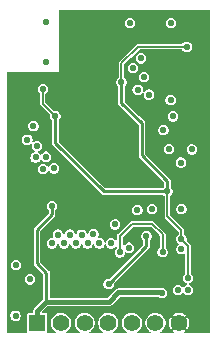
<source format=gbr>
%TF.GenerationSoftware,KiCad,Pcbnew,9.0.0*%
%TF.CreationDate,2025-04-27T20:43:47-05:00*%
%TF.ProjectId,ESP32_S3_CAM_wifi,45535033-325f-4533-935f-43414d5f7769,rev?*%
%TF.SameCoordinates,Original*%
%TF.FileFunction,Copper,L3,Inr*%
%TF.FilePolarity,Positive*%
%FSLAX46Y46*%
G04 Gerber Fmt 4.6, Leading zero omitted, Abs format (unit mm)*
G04 Created by KiCad (PCBNEW 9.0.0) date 2025-04-27 20:43:47*
%MOMM*%
%LPD*%
G01*
G04 APERTURE LIST*
%TA.AperFunction,ComponentPad*%
%ADD10C,0.500000*%
%TD*%
%TA.AperFunction,ComponentPad*%
%ADD11R,1.400000X1.400000*%
%TD*%
%TA.AperFunction,ComponentPad*%
%ADD12C,1.400000*%
%TD*%
%TA.AperFunction,ViaPad*%
%ADD13C,0.584200*%
%TD*%
%TA.AperFunction,Conductor*%
%ADD14C,0.152400*%
%TD*%
%TA.AperFunction,Conductor*%
%ADD15C,0.254000*%
%TD*%
%TA.AperFunction,Conductor*%
%ADD16C,0.203200*%
%TD*%
%TA.AperFunction,Conductor*%
%ADD17C,0.381000*%
%TD*%
G04 APERTURE END LIST*
D10*
%TO.N,GND*%
%TO.C,U1*%
X159800000Y-81620000D03*
X159800000Y-82620000D03*
X159800000Y-83620000D03*
X160800000Y-81620000D03*
X160800000Y-82620000D03*
X160800000Y-83620000D03*
X161800000Y-81620000D03*
X161800000Y-82620000D03*
X161800000Y-83620000D03*
%TD*%
D11*
%TO.N,+BATT*%
%TO.C,J2*%
X154500000Y-97470000D03*
D12*
%TO.N,GPIO_1*%
X156500000Y-97470000D03*
%TO.N,GPIO_2*%
X158500000Y-97470000D03*
%TO.N,GPIO_3*%
X160500000Y-97470000D03*
%TO.N,GPIO_4*%
X162500000Y-97470000D03*
%TO.N,GPIO_5*%
X164500000Y-97470000D03*
%TO.N,GND*%
X166500000Y-97470000D03*
%TD*%
D13*
%TO.N,+3.3V*%
X163740000Y-90100000D03*
X167140000Y-74080000D03*
X160540000Y-94180000D03*
X154960000Y-77680000D03*
X167270000Y-93660000D03*
X165500000Y-86325000D03*
X156020000Y-79950000D03*
X166700000Y-90360000D03*
X161625000Y-77075000D03*
%TO.N,GPIO_1*%
X154460000Y-82510000D03*
%TO.N,GPIO_14*%
X157750000Y-90730000D03*
%TO.N,GPIO_11*%
X156250000Y-89990000D03*
%TO.N,SPICS0*%
X163280000Y-75060000D03*
X167580000Y-82780000D03*
%TO.N,GPIO_12*%
X156750000Y-90730000D03*
%TO.N,GND*%
X160800000Y-71400000D03*
X167680000Y-95790000D03*
X155000000Y-76600000D03*
X157140000Y-79000000D03*
X160480000Y-77610000D03*
X168340000Y-97440000D03*
X156750000Y-72400000D03*
X166030000Y-95850000D03*
X152630000Y-81000000D03*
X168470000Y-92910000D03*
X156750000Y-75400000D03*
X160800000Y-73400000D03*
X158800000Y-71400000D03*
X153520000Y-77340000D03*
X158800000Y-73400000D03*
X160800000Y-72400000D03*
X152480000Y-81970000D03*
X154000000Y-76600000D03*
X156750000Y-74400000D03*
X168530000Y-94550000D03*
X167610000Y-86680000D03*
X159800000Y-73400000D03*
X163425000Y-96025000D03*
X168410000Y-74450000D03*
X157800000Y-73400000D03*
X167610000Y-85090000D03*
X156750000Y-73400000D03*
X157800000Y-72400000D03*
X157800000Y-71400000D03*
X159800000Y-71400000D03*
X161410000Y-96040000D03*
X156750000Y-71400000D03*
X158800000Y-72400000D03*
X166500000Y-86325000D03*
X153520000Y-78280000D03*
X152620000Y-79900000D03*
X159800000Y-72400000D03*
X156000000Y-76600000D03*
%TO.N,GPIO_2*%
X154360000Y-83460000D03*
%TO.N,GPIO_38*%
X163940000Y-78140000D03*
%TO.N,GPIO_17*%
X159250000Y-89970000D03*
%TO.N,GPIO_3*%
X155245000Y-83395000D03*
%TO.N,GPIO_10*%
X155750000Y-90730000D03*
%TO.N,SPIWP*%
X165790000Y-78590000D03*
X166650000Y-83890000D03*
%TO.N,GPIO_13*%
X157250000Y-89990000D03*
%TO.N,CHIP_PU*%
X165823333Y-72080000D03*
X154170000Y-80800000D03*
%TO.N,unconnected-(AE1-NC-Pad2)*%
X155250000Y-72010000D03*
%TO.N,GPIO_0*%
X153650000Y-81950000D03*
X162330000Y-72080000D03*
%TO.N,SPIQ*%
X165650000Y-82730000D03*
X163530000Y-76630000D03*
%TO.N,Net-(C10-Pad1)*%
X166700000Y-91210000D03*
%TO.N,GPIO_48*%
X166000000Y-79975000D03*
X160750000Y-90730000D03*
%TO.N,GPIO_47*%
X162250000Y-91100000D03*
X165175000Y-81150000D03*
%TO.N,GPIO_16*%
X158750000Y-90730000D03*
%TO.N,AVCC_2V8*%
X161480000Y-91490000D03*
X165100000Y-91480000D03*
%TO.N,GPIO_40*%
X162600000Y-75880000D03*
X167270000Y-94660000D03*
%TO.N,GPIO_15*%
X158250000Y-89990000D03*
%TO.N,GPIO_18*%
X159750000Y-90730000D03*
%TO.N,GPIO_39*%
X166423333Y-94660000D03*
X163000000Y-77720000D03*
%TO.N,GPIO_4*%
X155000000Y-84450000D03*
%TO.N,USB-*%
X161090000Y-89130000D03*
%TO.N,USB+*%
X162970000Y-87910000D03*
%TO.N,GPIO_5*%
X155925000Y-84375000D03*
%TO.N,+BATT*%
X155750000Y-87560000D03*
X165075000Y-94925000D03*
%TO.N,VCC_1V3*%
X152710000Y-92540000D03*
%TO.N,Net-(J1-Pad17)*%
X166700000Y-87810000D03*
X164220000Y-87810000D03*
%TO.N,Net-(D1-K)*%
X153870000Y-93770000D03*
%TO.N,Net-(D2-K)*%
X152660000Y-96850000D03*
%TO.N,Net-(AE1-Pad1)*%
X155250000Y-75410000D03*
%TD*%
D14*
%TO.N,+3.3V*%
X167270000Y-93660000D02*
X167270000Y-90930000D01*
D15*
X163350000Y-83275000D02*
X165500000Y-85425000D01*
X156020000Y-82220000D02*
X160125000Y-86325000D01*
X165500000Y-85425000D02*
X165500000Y-86325000D01*
X160125000Y-86325000D02*
X165500000Y-86325000D01*
X161625000Y-78815000D02*
X163350000Y-80540000D01*
X163730000Y-90990000D02*
X163730000Y-90110000D01*
D14*
X154960000Y-77680000D02*
X154960000Y-78890000D01*
X165500000Y-88430000D02*
X165500000Y-86325000D01*
X167140000Y-74080000D02*
X163040000Y-74080000D01*
D15*
X156020000Y-79950000D02*
X156020000Y-82220000D01*
D14*
X154960000Y-78890000D02*
X156020000Y-79950000D01*
X166700000Y-90360000D02*
X166700000Y-89630000D01*
D15*
X163350000Y-80540000D02*
X163350000Y-83275000D01*
D14*
X163040000Y-74080000D02*
X161625000Y-75495000D01*
X166700000Y-89630000D02*
X165500000Y-88430000D01*
X161625000Y-75495000D02*
X161625000Y-77075000D01*
D15*
X161625000Y-77075000D02*
X161625000Y-78815000D01*
D14*
X167270000Y-90930000D02*
X166700000Y-90360000D01*
D15*
X160540000Y-94180000D02*
X163730000Y-90990000D01*
D16*
%TO.N,AVCC_2V8*%
X165100000Y-89960000D02*
X165100000Y-91480000D01*
X161480000Y-90110000D02*
X162480000Y-89110000D01*
X162480000Y-89110000D02*
X164250000Y-89110000D01*
X164250000Y-89110000D02*
X165100000Y-89960000D01*
X161480000Y-91490000D02*
X161480000Y-90110000D01*
D15*
%TO.N,+BATT*%
X154460000Y-89570000D02*
X154460000Y-92390000D01*
D17*
X165040000Y-94890000D02*
X165075000Y-94925000D01*
X154500000Y-96430000D02*
X155270000Y-95660000D01*
X155270000Y-95660000D02*
X160600000Y-95660000D01*
X161370000Y-94890000D02*
X165040000Y-94890000D01*
D15*
X155750000Y-87560000D02*
X155750000Y-88280000D01*
X154460000Y-92390000D02*
X155270000Y-93200000D01*
D17*
X160600000Y-95660000D02*
X161370000Y-94890000D01*
X154500000Y-97470000D02*
X154500000Y-96430000D01*
D15*
X155270000Y-93200000D02*
X155270000Y-95660000D01*
X155750000Y-88280000D02*
X154460000Y-89570000D01*
%TD*%
%TA.AperFunction,Conductor*%
%TO.N,GND*%
G36*
X169070238Y-70967593D02*
G01*
X169095958Y-71012142D01*
X169097100Y-71025200D01*
X169097100Y-98271900D01*
X169079507Y-98320238D01*
X169034958Y-98345958D01*
X169021900Y-98347100D01*
X166969508Y-98347100D01*
X166921170Y-98329507D01*
X166895450Y-98284958D01*
X166904383Y-98234300D01*
X166927729Y-98209374D01*
X167043370Y-98132104D01*
X167048855Y-98126618D01*
X167048855Y-98126617D01*
X166724502Y-97802264D01*
X166745606Y-97790080D01*
X166820080Y-97715606D01*
X166832264Y-97694501D01*
X167156618Y-98018855D01*
X167162104Y-98013370D01*
X167255385Y-97873765D01*
X167319640Y-97718639D01*
X167319641Y-97718637D01*
X167352400Y-97553955D01*
X167352400Y-97386044D01*
X167319641Y-97221362D01*
X167319640Y-97221360D01*
X167255385Y-97066234D01*
X167162105Y-96926630D01*
X167162097Y-96926621D01*
X167156620Y-96921144D01*
X167156618Y-96921144D01*
X166832264Y-97245497D01*
X166820080Y-97224394D01*
X166745606Y-97149920D01*
X166724501Y-97137735D01*
X167048855Y-96813381D01*
X167048855Y-96813379D01*
X167043378Y-96807902D01*
X167043369Y-96807894D01*
X166903765Y-96714614D01*
X166748639Y-96650359D01*
X166748637Y-96650358D01*
X166583956Y-96617600D01*
X166416044Y-96617600D01*
X166251362Y-96650358D01*
X166251360Y-96650359D01*
X166096234Y-96714614D01*
X165956633Y-96807893D01*
X165956625Y-96807899D01*
X165951143Y-96813380D01*
X166275498Y-97137735D01*
X166254394Y-97149920D01*
X166179920Y-97224394D01*
X166167735Y-97245498D01*
X165843380Y-96921144D01*
X165837899Y-96926625D01*
X165837893Y-96926633D01*
X165744614Y-97066234D01*
X165680359Y-97221360D01*
X165680358Y-97221362D01*
X165647600Y-97386044D01*
X165647600Y-97553955D01*
X165680358Y-97718637D01*
X165680359Y-97718639D01*
X165744614Y-97873765D01*
X165837894Y-98013369D01*
X165837902Y-98013378D01*
X165843379Y-98018855D01*
X165843381Y-98018855D01*
X166167735Y-97694500D01*
X166179920Y-97715606D01*
X166254394Y-97790080D01*
X166275497Y-97802264D01*
X165951144Y-98126618D01*
X165951144Y-98126620D01*
X165956621Y-98132097D01*
X165956630Y-98132105D01*
X166072271Y-98209374D01*
X166102688Y-98250857D01*
X166099323Y-98302187D01*
X166063752Y-98339345D01*
X166030492Y-98347100D01*
X164970408Y-98347100D01*
X164922070Y-98329507D01*
X164896350Y-98284958D01*
X164905283Y-98234300D01*
X164928627Y-98209374D01*
X165043692Y-98132491D01*
X165162491Y-98013692D01*
X165255830Y-97874000D01*
X165320124Y-97718782D01*
X165352900Y-97554003D01*
X165352900Y-97385997D01*
X165320124Y-97221218D01*
X165255830Y-97066000D01*
X165162491Y-96926308D01*
X165162488Y-96926305D01*
X165162486Y-96926302D01*
X165043697Y-96807513D01*
X165043694Y-96807511D01*
X165043692Y-96807509D01*
X164904000Y-96714170D01*
X164894758Y-96710342D01*
X164817241Y-96678233D01*
X164748782Y-96649876D01*
X164748780Y-96649875D01*
X164748779Y-96649875D01*
X164584004Y-96617100D01*
X164584003Y-96617100D01*
X164415997Y-96617100D01*
X164415996Y-96617100D01*
X164251220Y-96649875D01*
X164251218Y-96649876D01*
X164096001Y-96714169D01*
X163956305Y-96807511D01*
X163956302Y-96807513D01*
X163837513Y-96926302D01*
X163837511Y-96926305D01*
X163744169Y-97066001D01*
X163679876Y-97221218D01*
X163679875Y-97221220D01*
X163647100Y-97385996D01*
X163647100Y-97554003D01*
X163679875Y-97718779D01*
X163679876Y-97718781D01*
X163744072Y-97873765D01*
X163744170Y-97874000D01*
X163837509Y-98013692D01*
X163837511Y-98013694D01*
X163837513Y-98013697D01*
X163956302Y-98132486D01*
X163956305Y-98132488D01*
X163956308Y-98132491D01*
X164071371Y-98209373D01*
X164101788Y-98250857D01*
X164098423Y-98302186D01*
X164062852Y-98339345D01*
X164029592Y-98347100D01*
X162970408Y-98347100D01*
X162922070Y-98329507D01*
X162896350Y-98284958D01*
X162905283Y-98234300D01*
X162928627Y-98209374D01*
X163043692Y-98132491D01*
X163162491Y-98013692D01*
X163255830Y-97874000D01*
X163320124Y-97718782D01*
X163352900Y-97554003D01*
X163352900Y-97385997D01*
X163320124Y-97221218D01*
X163255830Y-97066000D01*
X163162491Y-96926308D01*
X163162488Y-96926305D01*
X163162486Y-96926302D01*
X163043697Y-96807513D01*
X163043694Y-96807511D01*
X163043692Y-96807509D01*
X162904000Y-96714170D01*
X162894758Y-96710342D01*
X162817241Y-96678233D01*
X162748782Y-96649876D01*
X162748780Y-96649875D01*
X162748779Y-96649875D01*
X162584004Y-96617100D01*
X162584003Y-96617100D01*
X162415997Y-96617100D01*
X162415996Y-96617100D01*
X162251220Y-96649875D01*
X162251218Y-96649876D01*
X162096001Y-96714169D01*
X161956305Y-96807511D01*
X161956302Y-96807513D01*
X161837513Y-96926302D01*
X161837511Y-96926305D01*
X161744169Y-97066001D01*
X161679876Y-97221218D01*
X161679875Y-97221220D01*
X161647100Y-97385996D01*
X161647100Y-97554003D01*
X161679875Y-97718779D01*
X161679876Y-97718781D01*
X161744072Y-97873765D01*
X161744170Y-97874000D01*
X161837509Y-98013692D01*
X161837511Y-98013694D01*
X161837513Y-98013697D01*
X161956302Y-98132486D01*
X161956305Y-98132488D01*
X161956308Y-98132491D01*
X162071371Y-98209373D01*
X162101788Y-98250857D01*
X162098423Y-98302186D01*
X162062852Y-98339345D01*
X162029592Y-98347100D01*
X160970408Y-98347100D01*
X160922070Y-98329507D01*
X160896350Y-98284958D01*
X160905283Y-98234300D01*
X160928627Y-98209374D01*
X161043692Y-98132491D01*
X161162491Y-98013692D01*
X161255830Y-97874000D01*
X161320124Y-97718782D01*
X161352900Y-97554003D01*
X161352900Y-97385997D01*
X161320124Y-97221218D01*
X161255830Y-97066000D01*
X161162491Y-96926308D01*
X161162488Y-96926305D01*
X161162486Y-96926302D01*
X161043697Y-96807513D01*
X161043694Y-96807511D01*
X161043692Y-96807509D01*
X160904000Y-96714170D01*
X160894758Y-96710342D01*
X160817241Y-96678233D01*
X160748782Y-96649876D01*
X160748780Y-96649875D01*
X160748779Y-96649875D01*
X160584004Y-96617100D01*
X160584003Y-96617100D01*
X160415997Y-96617100D01*
X160415996Y-96617100D01*
X160251220Y-96649875D01*
X160251218Y-96649876D01*
X160096001Y-96714169D01*
X159956305Y-96807511D01*
X159956302Y-96807513D01*
X159837513Y-96926302D01*
X159837511Y-96926305D01*
X159744169Y-97066001D01*
X159679876Y-97221218D01*
X159679875Y-97221220D01*
X159647100Y-97385996D01*
X159647100Y-97554003D01*
X159679875Y-97718779D01*
X159679876Y-97718781D01*
X159744072Y-97873765D01*
X159744170Y-97874000D01*
X159837509Y-98013692D01*
X159837511Y-98013694D01*
X159837513Y-98013697D01*
X159956302Y-98132486D01*
X159956305Y-98132488D01*
X159956308Y-98132491D01*
X160071371Y-98209373D01*
X160101788Y-98250857D01*
X160098423Y-98302186D01*
X160062852Y-98339345D01*
X160029592Y-98347100D01*
X158970408Y-98347100D01*
X158922070Y-98329507D01*
X158896350Y-98284958D01*
X158905283Y-98234300D01*
X158928627Y-98209374D01*
X159043692Y-98132491D01*
X159162491Y-98013692D01*
X159255830Y-97874000D01*
X159320124Y-97718782D01*
X159352900Y-97554003D01*
X159352900Y-97385997D01*
X159320124Y-97221218D01*
X159255830Y-97066000D01*
X159162491Y-96926308D01*
X159162488Y-96926305D01*
X159162486Y-96926302D01*
X159043697Y-96807513D01*
X159043694Y-96807511D01*
X159043692Y-96807509D01*
X158904000Y-96714170D01*
X158894758Y-96710342D01*
X158817241Y-96678233D01*
X158748782Y-96649876D01*
X158748780Y-96649875D01*
X158748779Y-96649875D01*
X158584004Y-96617100D01*
X158584003Y-96617100D01*
X158415997Y-96617100D01*
X158415996Y-96617100D01*
X158251220Y-96649875D01*
X158251218Y-96649876D01*
X158096001Y-96714169D01*
X157956305Y-96807511D01*
X157956302Y-96807513D01*
X157837513Y-96926302D01*
X157837511Y-96926305D01*
X157744169Y-97066001D01*
X157679876Y-97221218D01*
X157679875Y-97221220D01*
X157647100Y-97385996D01*
X157647100Y-97554003D01*
X157679875Y-97718779D01*
X157679876Y-97718781D01*
X157744072Y-97873765D01*
X157744170Y-97874000D01*
X157837509Y-98013692D01*
X157837511Y-98013694D01*
X157837513Y-98013697D01*
X157956302Y-98132486D01*
X157956305Y-98132488D01*
X157956308Y-98132491D01*
X158071371Y-98209373D01*
X158101788Y-98250857D01*
X158098423Y-98302186D01*
X158062852Y-98339345D01*
X158029592Y-98347100D01*
X156970408Y-98347100D01*
X156922070Y-98329507D01*
X156896350Y-98284958D01*
X156905283Y-98234300D01*
X156928627Y-98209374D01*
X157043692Y-98132491D01*
X157162491Y-98013692D01*
X157255830Y-97874000D01*
X157320124Y-97718782D01*
X157352900Y-97554003D01*
X157352900Y-97385997D01*
X157320124Y-97221218D01*
X157255830Y-97066000D01*
X157162491Y-96926308D01*
X157162488Y-96926305D01*
X157162486Y-96926302D01*
X157043697Y-96807513D01*
X157043694Y-96807511D01*
X157043692Y-96807509D01*
X156904000Y-96714170D01*
X156894758Y-96710342D01*
X156817241Y-96678233D01*
X156748782Y-96649876D01*
X156748780Y-96649875D01*
X156748779Y-96649875D01*
X156584004Y-96617100D01*
X156584003Y-96617100D01*
X156415997Y-96617100D01*
X156415996Y-96617100D01*
X156251220Y-96649875D01*
X156251218Y-96649876D01*
X156096001Y-96714169D01*
X155956305Y-96807511D01*
X155956302Y-96807513D01*
X155837513Y-96926302D01*
X155837511Y-96926305D01*
X155744169Y-97066001D01*
X155679876Y-97221218D01*
X155679875Y-97221220D01*
X155647100Y-97385996D01*
X155647100Y-97554003D01*
X155679875Y-97718779D01*
X155679876Y-97718781D01*
X155744072Y-97873765D01*
X155744170Y-97874000D01*
X155837509Y-98013692D01*
X155837511Y-98013694D01*
X155837513Y-98013697D01*
X155956302Y-98132486D01*
X155956305Y-98132488D01*
X155956308Y-98132491D01*
X156071371Y-98209373D01*
X156101788Y-98250857D01*
X156098423Y-98302186D01*
X156062852Y-98339345D01*
X156029592Y-98347100D01*
X155406245Y-98347100D01*
X155357907Y-98329507D01*
X155332187Y-98284958D01*
X155341120Y-98234300D01*
X155343709Y-98230134D01*
X155344028Y-98229658D01*
X155352900Y-98185057D01*
X155352899Y-96754944D01*
X155344028Y-96710342D01*
X155322575Y-96678236D01*
X155310235Y-96659767D01*
X155310231Y-96659764D01*
X155259658Y-96625972D01*
X155259656Y-96625971D01*
X155215057Y-96617100D01*
X154980089Y-96617100D01*
X154931751Y-96599507D01*
X154906031Y-96554958D01*
X154914964Y-96504300D01*
X154926915Y-96488726D01*
X155390215Y-96025426D01*
X155436835Y-96003686D01*
X155443389Y-96003400D01*
X160645207Y-96003400D01*
X160645209Y-96003400D01*
X160709146Y-95986268D01*
X160732548Y-95979998D01*
X160810853Y-95934788D01*
X161490215Y-95255426D01*
X161536835Y-95233686D01*
X161543389Y-95233400D01*
X164722927Y-95233400D01*
X164771265Y-95250993D01*
X164776090Y-95255415D01*
X164801764Y-95281089D01*
X164801765Y-95281090D01*
X164903233Y-95339673D01*
X164903235Y-95339673D01*
X164903236Y-95339674D01*
X165016415Y-95370000D01*
X165016418Y-95370000D01*
X165133582Y-95370000D01*
X165133585Y-95370000D01*
X165246764Y-95339674D01*
X165348236Y-95281089D01*
X165431089Y-95198236D01*
X165489674Y-95096764D01*
X165520000Y-94983585D01*
X165520000Y-94866415D01*
X165489674Y-94753236D01*
X165489673Y-94753235D01*
X165489673Y-94753233D01*
X165431089Y-94651763D01*
X165348236Y-94568910D01*
X165246766Y-94510326D01*
X165201492Y-94498195D01*
X165133585Y-94480000D01*
X165016415Y-94480000D01*
X164903236Y-94510326D01*
X164903234Y-94510326D01*
X164857858Y-94536525D01*
X164820258Y-94546600D01*
X161324791Y-94546600D01*
X161266565Y-94562201D01*
X161237452Y-94570002D01*
X161235716Y-94571005D01*
X161235712Y-94571007D01*
X161159148Y-94615211D01*
X161159142Y-94615215D01*
X160479785Y-95294574D01*
X160433165Y-95316314D01*
X160426611Y-95316600D01*
X155625100Y-95316600D01*
X155576762Y-95299007D01*
X155551042Y-95254458D01*
X155549900Y-95241400D01*
X155549900Y-94121415D01*
X160095000Y-94121415D01*
X160095000Y-94238585D01*
X160112504Y-94303910D01*
X160125326Y-94351766D01*
X160183910Y-94453236D01*
X160266763Y-94536089D01*
X160368233Y-94594673D01*
X160368235Y-94594673D01*
X160368236Y-94594674D01*
X160481415Y-94625000D01*
X160481418Y-94625000D01*
X160598582Y-94625000D01*
X160598585Y-94625000D01*
X160711764Y-94594674D01*
X160752757Y-94571007D01*
X160813236Y-94536089D01*
X160896089Y-94453236D01*
X160954673Y-94351766D01*
X160954674Y-94351764D01*
X160985000Y-94238585D01*
X160985000Y-94161986D01*
X161002593Y-94113648D01*
X161007026Y-94108812D01*
X163953976Y-91161862D01*
X163960008Y-91151415D01*
X163990825Y-91098038D01*
X164009900Y-91026850D01*
X164009900Y-90953150D01*
X164009900Y-90490574D01*
X164027493Y-90442236D01*
X164031926Y-90437400D01*
X164096089Y-90373236D01*
X164154673Y-90271766D01*
X164155841Y-90267407D01*
X164185000Y-90158585D01*
X164185000Y-90041415D01*
X164154674Y-89928236D01*
X164154673Y-89928235D01*
X164154673Y-89928233D01*
X164096089Y-89826763D01*
X164013236Y-89743910D01*
X163911766Y-89685326D01*
X163866492Y-89673195D01*
X163798585Y-89655000D01*
X163681415Y-89655000D01*
X163624825Y-89670163D01*
X163568233Y-89685326D01*
X163466763Y-89743910D01*
X163383910Y-89826763D01*
X163325326Y-89928233D01*
X163307130Y-89996143D01*
X163295000Y-90041415D01*
X163295000Y-90158585D01*
X163305622Y-90198227D01*
X163325326Y-90271766D01*
X163383909Y-90373234D01*
X163383910Y-90373235D01*
X163383911Y-90373236D01*
X163428074Y-90417399D01*
X163449814Y-90464018D01*
X163450100Y-90470573D01*
X163450100Y-90842914D01*
X163432507Y-90891252D01*
X163428074Y-90896088D01*
X160611188Y-93712974D01*
X160564568Y-93734714D01*
X160558014Y-93735000D01*
X160481415Y-93735000D01*
X160424825Y-93750163D01*
X160368233Y-93765326D01*
X160266763Y-93823910D01*
X160183910Y-93906763D01*
X160125326Y-94008233D01*
X160107524Y-94074673D01*
X160095000Y-94121415D01*
X155549900Y-94121415D01*
X155549900Y-93163151D01*
X155530824Y-93091961D01*
X155523037Y-93078474D01*
X155493976Y-93028138D01*
X155441862Y-92976024D01*
X154761926Y-92296088D01*
X154740186Y-92249468D01*
X154739900Y-92242914D01*
X154739900Y-90671415D01*
X155305000Y-90671415D01*
X155305000Y-90788585D01*
X155322504Y-90853911D01*
X155335326Y-90901766D01*
X155393910Y-91003236D01*
X155476763Y-91086089D01*
X155578233Y-91144673D01*
X155578235Y-91144673D01*
X155578236Y-91144674D01*
X155691415Y-91175000D01*
X155691418Y-91175000D01*
X155808582Y-91175000D01*
X155808585Y-91175000D01*
X155921764Y-91144674D01*
X155934710Y-91137200D01*
X156023236Y-91086089D01*
X156106089Y-91003236D01*
X156164673Y-90901766D01*
X156164674Y-90901764D01*
X156177363Y-90854407D01*
X156206867Y-90812272D01*
X156256554Y-90798958D01*
X156303174Y-90820697D01*
X156322636Y-90854406D01*
X156327903Y-90874062D01*
X156335326Y-90901766D01*
X156393910Y-91003236D01*
X156476763Y-91086089D01*
X156578233Y-91144673D01*
X156578235Y-91144673D01*
X156578236Y-91144674D01*
X156691415Y-91175000D01*
X156691418Y-91175000D01*
X156808582Y-91175000D01*
X156808585Y-91175000D01*
X156921764Y-91144674D01*
X156934710Y-91137200D01*
X157023236Y-91086089D01*
X157106089Y-91003236D01*
X157164673Y-90901766D01*
X157164674Y-90901764D01*
X157177363Y-90854407D01*
X157206867Y-90812272D01*
X157256554Y-90798958D01*
X157303174Y-90820697D01*
X157322636Y-90854406D01*
X157327903Y-90874062D01*
X157335326Y-90901766D01*
X157393910Y-91003236D01*
X157476763Y-91086089D01*
X157578233Y-91144673D01*
X157578235Y-91144673D01*
X157578236Y-91144674D01*
X157691415Y-91175000D01*
X157691418Y-91175000D01*
X157808582Y-91175000D01*
X157808585Y-91175000D01*
X157921764Y-91144674D01*
X157934710Y-91137200D01*
X158023236Y-91086089D01*
X158106089Y-91003236D01*
X158164673Y-90901766D01*
X158164674Y-90901764D01*
X158177363Y-90854407D01*
X158206867Y-90812272D01*
X158256554Y-90798958D01*
X158303174Y-90820697D01*
X158322636Y-90854406D01*
X158327903Y-90874062D01*
X158335326Y-90901766D01*
X158393910Y-91003236D01*
X158476763Y-91086089D01*
X158578233Y-91144673D01*
X158578235Y-91144673D01*
X158578236Y-91144674D01*
X158691415Y-91175000D01*
X158691418Y-91175000D01*
X158808582Y-91175000D01*
X158808585Y-91175000D01*
X158921764Y-91144674D01*
X158934710Y-91137200D01*
X159023236Y-91086089D01*
X159106089Y-91003236D01*
X159164673Y-90901766D01*
X159164674Y-90901764D01*
X159177363Y-90854407D01*
X159206867Y-90812272D01*
X159256554Y-90798958D01*
X159303174Y-90820697D01*
X159322636Y-90854406D01*
X159327903Y-90874062D01*
X159335326Y-90901766D01*
X159393910Y-91003236D01*
X159476763Y-91086089D01*
X159578233Y-91144673D01*
X159578235Y-91144673D01*
X159578236Y-91144674D01*
X159691415Y-91175000D01*
X159691418Y-91175000D01*
X159808582Y-91175000D01*
X159808585Y-91175000D01*
X159921764Y-91144674D01*
X159934710Y-91137200D01*
X160023236Y-91086089D01*
X160106089Y-91003236D01*
X160164673Y-90901766D01*
X160164674Y-90901764D01*
X160177363Y-90854407D01*
X160206867Y-90812272D01*
X160256554Y-90798958D01*
X160303174Y-90820697D01*
X160322636Y-90854406D01*
X160327903Y-90874062D01*
X160335326Y-90901766D01*
X160393910Y-91003236D01*
X160476763Y-91086089D01*
X160578233Y-91144673D01*
X160578235Y-91144673D01*
X160578236Y-91144674D01*
X160691415Y-91175000D01*
X160691418Y-91175000D01*
X160808582Y-91175000D01*
X160808585Y-91175000D01*
X160921764Y-91144674D01*
X160934710Y-91137200D01*
X161023236Y-91086089D01*
X161097126Y-91012200D01*
X161117632Y-91002637D01*
X161137242Y-90991316D01*
X161140629Y-90991913D01*
X161143746Y-90990460D01*
X161165607Y-90996317D01*
X161187900Y-91000249D01*
X161190110Y-91002883D01*
X161193433Y-91003774D01*
X161206415Y-91022314D01*
X161220965Y-91039654D01*
X161221775Y-91044250D01*
X161222938Y-91045911D01*
X161225500Y-91065374D01*
X161225500Y-91084026D01*
X161207907Y-91132364D01*
X161203474Y-91137200D01*
X161123910Y-91216763D01*
X161065326Y-91318233D01*
X161050589Y-91373236D01*
X161035000Y-91431415D01*
X161035000Y-91548585D01*
X161044279Y-91583215D01*
X161065326Y-91661766D01*
X161123910Y-91763236D01*
X161206763Y-91846089D01*
X161308233Y-91904673D01*
X161308235Y-91904673D01*
X161308236Y-91904674D01*
X161421415Y-91935000D01*
X161421418Y-91935000D01*
X161538582Y-91935000D01*
X161538585Y-91935000D01*
X161651764Y-91904674D01*
X161669085Y-91894674D01*
X161753236Y-91846089D01*
X161836089Y-91763236D01*
X161894673Y-91661766D01*
X161894674Y-91661764D01*
X161925000Y-91548585D01*
X161925000Y-91548576D01*
X161925283Y-91546430D01*
X161925888Y-91545267D01*
X161926275Y-91543824D01*
X161926594Y-91543909D01*
X161949035Y-91500802D01*
X161996559Y-91481117D01*
X162037438Y-91491119D01*
X162078236Y-91514674D01*
X162191415Y-91545000D01*
X162191418Y-91545000D01*
X162308582Y-91545000D01*
X162308585Y-91545000D01*
X162421764Y-91514674D01*
X162523236Y-91456089D01*
X162606089Y-91373236D01*
X162664674Y-91271764D01*
X162695000Y-91158585D01*
X162695000Y-91041415D01*
X162664674Y-90928236D01*
X162664673Y-90928235D01*
X162664673Y-90928233D01*
X162606089Y-90826763D01*
X162523236Y-90743910D01*
X162421766Y-90685326D01*
X162376492Y-90673195D01*
X162308585Y-90655000D01*
X162191415Y-90655000D01*
X162134825Y-90670163D01*
X162078233Y-90685326D01*
X161976763Y-90743910D01*
X161893911Y-90826762D01*
X161874825Y-90859821D01*
X161835419Y-90892885D01*
X161783980Y-90892885D01*
X161744575Y-90859819D01*
X161734500Y-90822220D01*
X161734500Y-90246565D01*
X161752093Y-90198227D01*
X161756526Y-90193391D01*
X162563391Y-89386526D01*
X162610011Y-89364786D01*
X162616565Y-89364500D01*
X164113434Y-89364500D01*
X164161772Y-89382093D01*
X164166608Y-89386526D01*
X164823474Y-90043391D01*
X164845214Y-90090011D01*
X164845500Y-90096565D01*
X164845500Y-91074026D01*
X164827907Y-91122364D01*
X164823474Y-91127200D01*
X164743910Y-91206763D01*
X164685326Y-91308233D01*
X164667909Y-91373236D01*
X164655000Y-91421415D01*
X164655000Y-91538585D01*
X164669352Y-91592148D01*
X164685326Y-91651766D01*
X164743910Y-91753236D01*
X164826763Y-91836089D01*
X164928233Y-91894673D01*
X164928235Y-91894673D01*
X164928236Y-91894674D01*
X165041415Y-91925000D01*
X165041418Y-91925000D01*
X165158582Y-91925000D01*
X165158585Y-91925000D01*
X165271764Y-91894674D01*
X165373236Y-91836089D01*
X165456089Y-91753236D01*
X165508899Y-91661766D01*
X165514673Y-91651766D01*
X165514674Y-91651764D01*
X165545000Y-91538585D01*
X165545000Y-91421415D01*
X165514674Y-91308236D01*
X165514673Y-91308235D01*
X165514673Y-91308233D01*
X165456089Y-91206763D01*
X165376526Y-91127200D01*
X165354786Y-91080580D01*
X165354500Y-91074026D01*
X165354500Y-90019384D01*
X165354501Y-90019375D01*
X165354501Y-89909378D01*
X165353817Y-89907727D01*
X165321663Y-89830100D01*
X165315755Y-89815837D01*
X165315754Y-89815836D01*
X165315754Y-89815835D01*
X165239884Y-89739965D01*
X165239869Y-89739952D01*
X164394164Y-88894245D01*
X164300623Y-88855500D01*
X162539383Y-88855500D01*
X162539375Y-88855499D01*
X162530623Y-88855499D01*
X162429377Y-88855499D01*
X162363234Y-88882896D01*
X162335837Y-88894245D01*
X162264245Y-88965837D01*
X162264244Y-88965838D01*
X161325260Y-89904821D01*
X161264245Y-89965835D01*
X161225500Y-90059376D01*
X161225500Y-90394626D01*
X161207907Y-90442964D01*
X161163358Y-90468684D01*
X161112700Y-90459751D01*
X161097126Y-90447800D01*
X161023236Y-90373910D01*
X160921766Y-90315326D01*
X160876492Y-90303195D01*
X160808585Y-90285000D01*
X160691415Y-90285000D01*
X160634825Y-90300163D01*
X160578233Y-90315326D01*
X160476763Y-90373910D01*
X160393910Y-90456763D01*
X160335326Y-90558234D01*
X160322638Y-90605590D01*
X160293133Y-90647727D01*
X160243446Y-90661041D01*
X160196826Y-90639302D01*
X160177362Y-90605590D01*
X160164673Y-90558234D01*
X160106089Y-90456763D01*
X160023236Y-90373910D01*
X159921766Y-90315326D01*
X159876492Y-90303195D01*
X159808585Y-90285000D01*
X159712227Y-90285000D01*
X159663889Y-90267407D01*
X159638169Y-90222858D01*
X159647102Y-90172200D01*
X159664673Y-90141765D01*
X159664674Y-90141764D01*
X159695000Y-90028585D01*
X159695000Y-89911415D01*
X159664674Y-89798236D01*
X159664673Y-89798235D01*
X159664673Y-89798233D01*
X159606089Y-89696763D01*
X159523236Y-89613910D01*
X159421766Y-89555326D01*
X159376492Y-89543195D01*
X159308585Y-89525000D01*
X159191415Y-89525000D01*
X159134825Y-89540163D01*
X159078233Y-89555326D01*
X158976763Y-89613910D01*
X158893910Y-89696763D01*
X158835327Y-89798233D01*
X158835326Y-89798235D01*
X158835326Y-89798236D01*
X158819958Y-89855591D01*
X158790453Y-89897727D01*
X158740766Y-89911041D01*
X158694145Y-89889301D01*
X158674683Y-89855591D01*
X158664674Y-89818236D01*
X158624984Y-89749491D01*
X158606089Y-89716763D01*
X158523236Y-89633910D01*
X158421766Y-89575326D01*
X158376492Y-89563195D01*
X158308585Y-89545000D01*
X158191415Y-89545000D01*
X158134825Y-89560163D01*
X158078233Y-89575326D01*
X157976763Y-89633910D01*
X157893910Y-89716763D01*
X157835326Y-89818234D01*
X157833041Y-89826763D01*
X157825318Y-89855589D01*
X157822638Y-89865590D01*
X157793133Y-89907727D01*
X157743446Y-89921041D01*
X157696826Y-89899302D01*
X157677362Y-89865590D01*
X157674683Y-89855591D01*
X157664674Y-89818236D01*
X157624984Y-89749491D01*
X157606089Y-89716763D01*
X157523236Y-89633910D01*
X157421766Y-89575326D01*
X157376492Y-89563195D01*
X157308585Y-89545000D01*
X157191415Y-89545000D01*
X157134825Y-89560163D01*
X157078233Y-89575326D01*
X156976763Y-89633910D01*
X156893910Y-89716763D01*
X156835326Y-89818234D01*
X156833041Y-89826763D01*
X156825318Y-89855589D01*
X156822638Y-89865590D01*
X156793133Y-89907727D01*
X156743446Y-89921041D01*
X156696826Y-89899302D01*
X156677362Y-89865590D01*
X156674683Y-89855591D01*
X156664674Y-89818236D01*
X156624984Y-89749491D01*
X156606089Y-89716763D01*
X156523236Y-89633910D01*
X156421766Y-89575326D01*
X156376492Y-89563195D01*
X156308585Y-89545000D01*
X156191415Y-89545000D01*
X156134825Y-89560163D01*
X156078233Y-89575326D01*
X155976763Y-89633910D01*
X155893910Y-89716763D01*
X155835326Y-89818233D01*
X155817130Y-89886143D01*
X155805000Y-89931415D01*
X155805000Y-90048585D01*
X155815230Y-90086763D01*
X155835326Y-90161765D01*
X155841351Y-90172200D01*
X155850284Y-90222858D01*
X155824564Y-90267406D01*
X155776226Y-90285000D01*
X155691415Y-90285000D01*
X155634825Y-90300163D01*
X155578233Y-90315326D01*
X155476763Y-90373910D01*
X155393910Y-90456763D01*
X155335326Y-90558233D01*
X155317130Y-90626143D01*
X155305000Y-90671415D01*
X154739900Y-90671415D01*
X154739900Y-89717086D01*
X154757493Y-89668748D01*
X154761926Y-89663912D01*
X155354424Y-89071415D01*
X160645000Y-89071415D01*
X160645000Y-89188585D01*
X160663195Y-89256492D01*
X160675326Y-89301766D01*
X160733910Y-89403236D01*
X160816763Y-89486089D01*
X160918233Y-89544673D01*
X160918235Y-89544673D01*
X160918236Y-89544674D01*
X161031415Y-89575000D01*
X161031418Y-89575000D01*
X161148582Y-89575000D01*
X161148585Y-89575000D01*
X161261764Y-89544674D01*
X161281723Y-89533151D01*
X161363236Y-89486089D01*
X161446089Y-89403236D01*
X161504673Y-89301766D01*
X161504674Y-89301764D01*
X161535000Y-89188585D01*
X161535000Y-89071415D01*
X161504674Y-88958236D01*
X161504673Y-88958235D01*
X161504673Y-88958233D01*
X161446089Y-88856763D01*
X161363236Y-88773910D01*
X161261766Y-88715326D01*
X161216492Y-88703195D01*
X161148585Y-88685000D01*
X161031415Y-88685000D01*
X160974825Y-88700163D01*
X160918233Y-88715326D01*
X160816763Y-88773910D01*
X160733910Y-88856763D01*
X160675326Y-88958233D01*
X160657130Y-89026143D01*
X160645000Y-89071415D01*
X155354424Y-89071415D01*
X155412527Y-89013312D01*
X155973972Y-88451867D01*
X155973972Y-88451866D01*
X155973976Y-88451863D01*
X156010824Y-88388038D01*
X156010825Y-88388037D01*
X156029900Y-88316850D01*
X156029900Y-87940573D01*
X156034529Y-87927853D01*
X156034632Y-87914318D01*
X156045760Y-87896995D01*
X156047493Y-87892235D01*
X156047862Y-87891800D01*
X156049803Y-87889521D01*
X156087910Y-87851415D01*
X162525000Y-87851415D01*
X162525000Y-87968585D01*
X162528532Y-87981766D01*
X162555326Y-88081766D01*
X162613910Y-88183236D01*
X162696763Y-88266089D01*
X162798233Y-88324673D01*
X162798235Y-88324673D01*
X162798236Y-88324674D01*
X162911415Y-88355000D01*
X162911418Y-88355000D01*
X163028582Y-88355000D01*
X163028585Y-88355000D01*
X163141764Y-88324674D01*
X163243236Y-88266089D01*
X163326089Y-88183236D01*
X163384674Y-88081764D01*
X163415000Y-87968585D01*
X163415000Y-87851415D01*
X163388205Y-87751415D01*
X163775000Y-87751415D01*
X163775000Y-87868585D01*
X163785943Y-87909425D01*
X163805326Y-87981766D01*
X163863910Y-88083236D01*
X163946763Y-88166089D01*
X164048233Y-88224673D01*
X164048235Y-88224673D01*
X164048236Y-88224674D01*
X164161415Y-88255000D01*
X164161418Y-88255000D01*
X164278582Y-88255000D01*
X164278585Y-88255000D01*
X164391764Y-88224674D01*
X164493236Y-88166089D01*
X164576089Y-88083236D01*
X164634674Y-87981764D01*
X164665000Y-87868585D01*
X164665000Y-87751415D01*
X164634674Y-87638236D01*
X164634673Y-87638235D01*
X164634673Y-87638233D01*
X164576089Y-87536763D01*
X164493236Y-87453910D01*
X164391766Y-87395326D01*
X164346492Y-87383195D01*
X164278585Y-87365000D01*
X164161415Y-87365000D01*
X164104825Y-87380163D01*
X164048233Y-87395326D01*
X163946763Y-87453910D01*
X163863910Y-87536763D01*
X163805326Y-87638233D01*
X163787130Y-87706143D01*
X163775000Y-87751415D01*
X163388205Y-87751415D01*
X163384674Y-87738236D01*
X163380938Y-87731765D01*
X163326089Y-87636763D01*
X163243236Y-87553910D01*
X163141766Y-87495326D01*
X163096492Y-87483195D01*
X163028585Y-87465000D01*
X162911415Y-87465000D01*
X162854825Y-87480163D01*
X162798233Y-87495326D01*
X162696763Y-87553910D01*
X162613910Y-87636763D01*
X162555326Y-87738233D01*
X162547900Y-87765949D01*
X162525000Y-87851415D01*
X156087910Y-87851415D01*
X156106089Y-87833236D01*
X156164674Y-87731764D01*
X156195000Y-87618585D01*
X156195000Y-87501415D01*
X156164674Y-87388236D01*
X156164673Y-87388235D01*
X156164673Y-87388233D01*
X156106089Y-87286763D01*
X156023236Y-87203910D01*
X155921766Y-87145326D01*
X155876492Y-87133195D01*
X155808585Y-87115000D01*
X155691415Y-87115000D01*
X155634825Y-87130163D01*
X155578233Y-87145326D01*
X155476763Y-87203910D01*
X155393910Y-87286763D01*
X155335326Y-87388233D01*
X155333426Y-87395326D01*
X155305000Y-87501415D01*
X155305000Y-87618585D01*
X155323195Y-87686492D01*
X155335326Y-87731766D01*
X155393909Y-87833234D01*
X155393910Y-87833235D01*
X155393911Y-87833236D01*
X155448074Y-87887399D01*
X155469814Y-87934018D01*
X155470100Y-87940573D01*
X155470100Y-88132913D01*
X155452507Y-88181251D01*
X155448073Y-88186087D01*
X154288138Y-89346024D01*
X154269662Y-89364500D01*
X154236024Y-89398137D01*
X154236023Y-89398139D01*
X154199175Y-89461961D01*
X154192710Y-89486089D01*
X154180100Y-89533150D01*
X154180100Y-92353150D01*
X154180100Y-92426850D01*
X154192816Y-92474308D01*
X154199175Y-92498038D01*
X154236023Y-92561860D01*
X154236027Y-92561866D01*
X154968074Y-93293912D01*
X154989814Y-93340532D01*
X154990100Y-93347086D01*
X154990100Y-95423110D01*
X154972507Y-95471448D01*
X154968074Y-95476284D01*
X154225214Y-96219144D01*
X154225213Y-96219144D01*
X154180001Y-96297452D01*
X154180002Y-96297453D01*
X154156600Y-96384791D01*
X154156600Y-96384793D01*
X154156600Y-96541900D01*
X154139007Y-96590238D01*
X154094458Y-96615958D01*
X154081400Y-96617100D01*
X153784944Y-96617100D01*
X153784942Y-96617101D01*
X153740340Y-96625972D01*
X153689767Y-96659764D01*
X153655972Y-96710342D01*
X153655971Y-96710343D01*
X153647100Y-96754942D01*
X153647100Y-98185055D01*
X153647101Y-98185057D01*
X153655972Y-98229658D01*
X153656280Y-98230119D01*
X153656449Y-98230811D01*
X153658807Y-98236504D01*
X153657931Y-98236866D01*
X153668508Y-98280084D01*
X153645759Y-98326220D01*
X153598676Y-98346939D01*
X153593755Y-98347100D01*
X151978100Y-98347100D01*
X151929762Y-98329507D01*
X151904042Y-98284958D01*
X151902900Y-98271900D01*
X151902900Y-96791415D01*
X152215000Y-96791415D01*
X152215000Y-96908585D01*
X152233195Y-96976492D01*
X152245326Y-97021766D01*
X152303910Y-97123236D01*
X152386763Y-97206089D01*
X152488233Y-97264673D01*
X152488235Y-97264673D01*
X152488236Y-97264674D01*
X152601415Y-97295000D01*
X152601418Y-97295000D01*
X152718582Y-97295000D01*
X152718585Y-97295000D01*
X152831764Y-97264674D01*
X152906783Y-97221362D01*
X152933236Y-97206089D01*
X153016089Y-97123236D01*
X153074673Y-97021766D01*
X153074674Y-97021764D01*
X153105000Y-96908585D01*
X153105000Y-96791415D01*
X153074674Y-96678236D01*
X153074673Y-96678235D01*
X153074673Y-96678233D01*
X153016089Y-96576763D01*
X152933236Y-96493910D01*
X152831766Y-96435326D01*
X152786492Y-96423195D01*
X152718585Y-96405000D01*
X152601415Y-96405000D01*
X152544825Y-96420163D01*
X152488233Y-96435326D01*
X152386763Y-96493910D01*
X152303910Y-96576763D01*
X152245326Y-96678233D01*
X152227130Y-96746143D01*
X152215000Y-96791415D01*
X151902900Y-96791415D01*
X151902900Y-93711415D01*
X153425000Y-93711415D01*
X153425000Y-93828585D01*
X153443195Y-93896492D01*
X153455326Y-93941766D01*
X153513910Y-94043236D01*
X153596763Y-94126089D01*
X153698233Y-94184673D01*
X153698235Y-94184673D01*
X153698236Y-94184674D01*
X153811415Y-94215000D01*
X153811418Y-94215000D01*
X153928582Y-94215000D01*
X153928585Y-94215000D01*
X154041764Y-94184674D01*
X154095853Y-94153446D01*
X154143236Y-94126089D01*
X154226089Y-94043236D01*
X154284673Y-93941766D01*
X154294052Y-93906763D01*
X154315000Y-93828585D01*
X154315000Y-93711415D01*
X154284674Y-93598236D01*
X154284673Y-93598235D01*
X154284673Y-93598233D01*
X154226089Y-93496763D01*
X154143236Y-93413910D01*
X154041766Y-93355326D01*
X153996492Y-93343195D01*
X153928585Y-93325000D01*
X153811415Y-93325000D01*
X153754825Y-93340163D01*
X153698233Y-93355326D01*
X153596763Y-93413910D01*
X153513910Y-93496763D01*
X153455326Y-93598233D01*
X153437130Y-93666143D01*
X153425000Y-93711415D01*
X151902900Y-93711415D01*
X151902900Y-92481415D01*
X152265000Y-92481415D01*
X152265000Y-92598585D01*
X152283195Y-92666492D01*
X152295326Y-92711766D01*
X152353910Y-92813236D01*
X152436763Y-92896089D01*
X152538233Y-92954673D01*
X152538235Y-92954673D01*
X152538236Y-92954674D01*
X152651415Y-92985000D01*
X152651418Y-92985000D01*
X152768582Y-92985000D01*
X152768585Y-92985000D01*
X152881764Y-92954674D01*
X152983236Y-92896089D01*
X153066089Y-92813236D01*
X153124674Y-92711764D01*
X153155000Y-92598585D01*
X153155000Y-92481415D01*
X153124674Y-92368236D01*
X153124673Y-92368235D01*
X153124673Y-92368233D01*
X153066089Y-92266763D01*
X152983236Y-92183910D01*
X152881766Y-92125326D01*
X152836492Y-92113195D01*
X152768585Y-92095000D01*
X152651415Y-92095000D01*
X152594825Y-92110163D01*
X152538233Y-92125326D01*
X152436763Y-92183910D01*
X152353910Y-92266763D01*
X152295326Y-92368233D01*
X152277130Y-92436143D01*
X152265000Y-92481415D01*
X151902900Y-92481415D01*
X151902900Y-84391415D01*
X154555000Y-84391415D01*
X154555000Y-84508585D01*
X154573195Y-84576492D01*
X154585326Y-84621766D01*
X154643910Y-84723236D01*
X154726763Y-84806089D01*
X154828233Y-84864673D01*
X154828235Y-84864673D01*
X154828236Y-84864674D01*
X154941415Y-84895000D01*
X154941418Y-84895000D01*
X155058582Y-84895000D01*
X155058585Y-84895000D01*
X155171764Y-84864674D01*
X155249142Y-84820000D01*
X155273236Y-84806089D01*
X155356089Y-84723236D01*
X155417139Y-84617495D01*
X155418332Y-84618184D01*
X155449109Y-84584590D01*
X155500108Y-84577870D01*
X155543495Y-84605503D01*
X155548965Y-84613690D01*
X155568908Y-84648234D01*
X155651763Y-84731089D01*
X155753233Y-84789673D01*
X155753235Y-84789673D01*
X155753236Y-84789674D01*
X155866415Y-84820000D01*
X155866418Y-84820000D01*
X155983582Y-84820000D01*
X155983585Y-84820000D01*
X156096764Y-84789674D01*
X156198236Y-84731089D01*
X156281089Y-84648236D01*
X156281090Y-84648234D01*
X156339673Y-84546766D01*
X156339674Y-84546764D01*
X156370000Y-84433585D01*
X156370000Y-84316415D01*
X156339674Y-84203236D01*
X156339673Y-84203235D01*
X156339673Y-84203233D01*
X156281089Y-84101763D01*
X156198236Y-84018910D01*
X156096766Y-83960326D01*
X156051492Y-83948195D01*
X155983585Y-83930000D01*
X155866415Y-83930000D01*
X155809825Y-83945163D01*
X155753233Y-83960326D01*
X155651763Y-84018910D01*
X155568910Y-84101763D01*
X155507861Y-84207505D01*
X155506671Y-84206818D01*
X155475869Y-84240420D01*
X155424868Y-84247124D01*
X155381489Y-84219477D01*
X155376037Y-84211315D01*
X155356089Y-84176764D01*
X155356088Y-84176762D01*
X155273236Y-84093910D01*
X155171766Y-84035326D01*
X155126492Y-84023195D01*
X155058585Y-84005000D01*
X154941415Y-84005000D01*
X154889502Y-84018910D01*
X154828233Y-84035326D01*
X154726763Y-84093910D01*
X154643910Y-84176763D01*
X154585326Y-84278233D01*
X154570116Y-84335000D01*
X154555000Y-84391415D01*
X151902900Y-84391415D01*
X151902900Y-81891415D01*
X153205000Y-81891415D01*
X153205000Y-82008585D01*
X153220116Y-82065000D01*
X153235326Y-82121766D01*
X153293910Y-82223236D01*
X153376763Y-82306089D01*
X153478233Y-82364673D01*
X153478235Y-82364673D01*
X153478236Y-82364674D01*
X153591415Y-82395000D01*
X153591418Y-82395000D01*
X153708582Y-82395000D01*
X153708585Y-82395000D01*
X153821764Y-82364674D01*
X153920634Y-82307590D01*
X153971292Y-82298658D01*
X154015840Y-82324378D01*
X154033434Y-82372716D01*
X154030872Y-82392178D01*
X154015000Y-82451415D01*
X154015000Y-82568585D01*
X154033195Y-82636492D01*
X154045326Y-82681766D01*
X154103910Y-82783236D01*
X154186765Y-82866091D01*
X154242043Y-82898005D01*
X154275109Y-82937410D01*
X154275109Y-82988849D01*
X154242045Y-83028255D01*
X154223908Y-83035767D01*
X154188236Y-83045325D01*
X154086763Y-83103910D01*
X154003910Y-83186763D01*
X153945326Y-83288233D01*
X153932416Y-83336417D01*
X153915000Y-83401415D01*
X153915000Y-83518585D01*
X153927910Y-83566766D01*
X153945326Y-83631766D01*
X154003910Y-83733236D01*
X154086763Y-83816089D01*
X154188233Y-83874673D01*
X154188235Y-83874673D01*
X154188236Y-83874674D01*
X154301415Y-83905000D01*
X154301418Y-83905000D01*
X154418582Y-83905000D01*
X154418585Y-83905000D01*
X154531764Y-83874674D01*
X154633236Y-83816089D01*
X154716089Y-83733236D01*
X154756139Y-83663867D01*
X154795542Y-83630803D01*
X154846982Y-83630803D01*
X154886387Y-83663866D01*
X154888910Y-83668236D01*
X154971763Y-83751089D01*
X155073233Y-83809673D01*
X155073235Y-83809673D01*
X155073236Y-83809674D01*
X155186415Y-83840000D01*
X155186418Y-83840000D01*
X155303582Y-83840000D01*
X155303585Y-83840000D01*
X155416764Y-83809674D01*
X155518236Y-83751089D01*
X155601089Y-83668236D01*
X155622701Y-83630803D01*
X155659673Y-83566766D01*
X155659674Y-83566764D01*
X155690000Y-83453585D01*
X155690000Y-83336415D01*
X155659674Y-83223236D01*
X155659673Y-83223235D01*
X155659673Y-83223233D01*
X155601089Y-83121763D01*
X155518236Y-83038910D01*
X155416766Y-82980326D01*
X155371492Y-82968195D01*
X155303585Y-82950000D01*
X155186415Y-82950000D01*
X155129825Y-82965163D01*
X155073233Y-82980326D01*
X154971763Y-83038910D01*
X154888910Y-83121763D01*
X154848861Y-83191131D01*
X154809456Y-83224196D01*
X154758016Y-83224196D01*
X154718611Y-83191131D01*
X154716089Y-83186763D01*
X154633236Y-83103910D01*
X154577955Y-83071994D01*
X154544890Y-83032589D01*
X154544890Y-82981149D01*
X154577955Y-82941744D01*
X154596086Y-82934233D01*
X154631764Y-82924674D01*
X154733236Y-82866089D01*
X154816089Y-82783236D01*
X154851780Y-82721417D01*
X154874673Y-82681766D01*
X154877446Y-82671417D01*
X154905000Y-82568585D01*
X154905000Y-82451415D01*
X154874674Y-82338236D01*
X154874673Y-82338235D01*
X154874673Y-82338233D01*
X154816089Y-82236763D01*
X154733236Y-82153910D01*
X154631766Y-82095326D01*
X154586492Y-82083195D01*
X154518585Y-82065000D01*
X154401415Y-82065000D01*
X154347419Y-82079468D01*
X154288233Y-82095326D01*
X154189365Y-82152408D01*
X154138706Y-82161340D01*
X154094158Y-82135620D01*
X154076565Y-82087283D01*
X154079125Y-82067829D01*
X154095000Y-82008585D01*
X154095000Y-81891415D01*
X154064674Y-81778236D01*
X154064673Y-81778235D01*
X154064673Y-81778233D01*
X154006089Y-81676763D01*
X153923236Y-81593910D01*
X153821766Y-81535326D01*
X153776492Y-81523195D01*
X153708585Y-81505000D01*
X153591415Y-81505000D01*
X153534825Y-81520163D01*
X153478233Y-81535326D01*
X153376763Y-81593910D01*
X153293910Y-81676763D01*
X153235326Y-81778233D01*
X153217130Y-81846143D01*
X153205000Y-81891415D01*
X151902900Y-81891415D01*
X151902900Y-80741415D01*
X153725000Y-80741415D01*
X153725000Y-80858585D01*
X153743195Y-80926492D01*
X153755326Y-80971766D01*
X153813910Y-81073236D01*
X153896763Y-81156089D01*
X153998233Y-81214673D01*
X153998235Y-81214673D01*
X153998236Y-81214674D01*
X154111415Y-81245000D01*
X154111418Y-81245000D01*
X154228582Y-81245000D01*
X154228585Y-81245000D01*
X154341764Y-81214674D01*
X154352311Y-81208585D01*
X154443236Y-81156089D01*
X154526089Y-81073236D01*
X154584673Y-80971766D01*
X154584674Y-80971764D01*
X154615000Y-80858585D01*
X154615000Y-80741415D01*
X154584674Y-80628236D01*
X154584673Y-80628235D01*
X154584673Y-80628233D01*
X154526089Y-80526763D01*
X154443236Y-80443910D01*
X154341766Y-80385326D01*
X154296492Y-80373195D01*
X154228585Y-80355000D01*
X154111415Y-80355000D01*
X154062387Y-80368137D01*
X153998233Y-80385326D01*
X153896763Y-80443910D01*
X153813910Y-80526763D01*
X153755326Y-80628233D01*
X153747903Y-80655938D01*
X153725000Y-80741415D01*
X151902900Y-80741415D01*
X151902900Y-77621415D01*
X154515000Y-77621415D01*
X154515000Y-77738585D01*
X154525717Y-77778582D01*
X154545326Y-77851766D01*
X154603910Y-77953236D01*
X154686759Y-78036085D01*
X154686762Y-78036087D01*
X154686764Y-78036089D01*
X154693298Y-78039861D01*
X154726364Y-78079264D01*
X154730900Y-78104987D01*
X154730900Y-78935570D01*
X154765778Y-79019776D01*
X155557490Y-79811486D01*
X155579230Y-79858106D01*
X155576954Y-79884118D01*
X155575000Y-79891415D01*
X155575000Y-80008585D01*
X155581698Y-80033582D01*
X155605326Y-80121766D01*
X155663909Y-80223234D01*
X155663910Y-80223235D01*
X155663911Y-80223236D01*
X155718074Y-80277399D01*
X155739814Y-80324018D01*
X155740100Y-80330573D01*
X155740100Y-82183150D01*
X155740100Y-82256850D01*
X155747643Y-82285000D01*
X155759175Y-82328038D01*
X155796023Y-82391860D01*
X155796027Y-82391866D01*
X159901024Y-86496862D01*
X159953138Y-86548976D01*
X160016963Y-86585825D01*
X160088150Y-86604900D01*
X165119427Y-86604900D01*
X165133373Y-86609976D01*
X165148203Y-86610623D01*
X165163817Y-86621056D01*
X165167765Y-86622493D01*
X165170230Y-86624655D01*
X165171424Y-86625749D01*
X165226764Y-86681089D01*
X165240433Y-86688981D01*
X165246503Y-86694542D01*
X165254805Y-86710490D01*
X165266364Y-86724264D01*
X165268611Y-86737010D01*
X165270256Y-86740169D01*
X165269650Y-86742900D01*
X165270900Y-86749987D01*
X165270900Y-88475570D01*
X165305778Y-88559776D01*
X166448874Y-89702871D01*
X166470614Y-89749491D01*
X166470900Y-89756045D01*
X166470900Y-89935011D01*
X166453307Y-89983349D01*
X166433303Y-90000134D01*
X166426765Y-90003908D01*
X166343910Y-90086763D01*
X166285326Y-90188233D01*
X166276049Y-90222858D01*
X166255000Y-90301415D01*
X166255000Y-90418585D01*
X166267174Y-90464018D01*
X166285326Y-90531766D01*
X166343910Y-90633236D01*
X166426762Y-90716088D01*
X166433321Y-90719875D01*
X166466385Y-90759281D01*
X166466385Y-90810721D01*
X166433321Y-90850125D01*
X166426762Y-90853911D01*
X166343910Y-90936763D01*
X166285326Y-91038233D01*
X166272504Y-91086089D01*
X166255000Y-91151415D01*
X166255000Y-91268585D01*
X166268303Y-91318233D01*
X166285326Y-91381766D01*
X166343910Y-91483236D01*
X166426763Y-91566089D01*
X166528233Y-91624673D01*
X166528235Y-91624673D01*
X166528236Y-91624674D01*
X166641415Y-91655000D01*
X166641418Y-91655000D01*
X166758582Y-91655000D01*
X166758585Y-91655000D01*
X166871764Y-91624674D01*
X166928101Y-91592147D01*
X166978758Y-91583215D01*
X167023306Y-91608935D01*
X167040900Y-91657272D01*
X167040900Y-93235011D01*
X167023307Y-93283349D01*
X167003303Y-93300134D01*
X166996765Y-93303908D01*
X166913910Y-93386763D01*
X166855326Y-93488233D01*
X166837130Y-93556143D01*
X166825000Y-93601415D01*
X166825000Y-93718585D01*
X166837524Y-93765326D01*
X166855326Y-93831766D01*
X166913910Y-93933236D01*
X166996763Y-94016089D01*
X167098234Y-94074673D01*
X167098236Y-94074674D01*
X167145590Y-94087362D01*
X167187727Y-94116867D01*
X167201041Y-94166554D01*
X167179302Y-94213174D01*
X167145591Y-94232637D01*
X167126145Y-94237847D01*
X167098234Y-94245326D01*
X166996763Y-94303910D01*
X166913910Y-94386763D01*
X166911788Y-94390439D01*
X166872379Y-94423500D01*
X166820939Y-94423495D01*
X166781541Y-94390433D01*
X166779422Y-94386763D01*
X166696569Y-94303910D01*
X166595099Y-94245326D01*
X166547744Y-94232638D01*
X166481918Y-94215000D01*
X166364748Y-94215000D01*
X166308158Y-94230163D01*
X166251566Y-94245326D01*
X166150096Y-94303910D01*
X166067243Y-94386763D01*
X166008659Y-94488233D01*
X165990463Y-94556143D01*
X165978333Y-94601415D01*
X165978333Y-94718585D01*
X165987617Y-94753233D01*
X166008659Y-94831766D01*
X166067243Y-94933236D01*
X166150096Y-95016089D01*
X166251566Y-95074673D01*
X166251568Y-95074673D01*
X166251569Y-95074674D01*
X166364748Y-95105000D01*
X166364751Y-95105000D01*
X166481915Y-95105000D01*
X166481918Y-95105000D01*
X166595097Y-95074674D01*
X166696569Y-95016089D01*
X166779422Y-94933236D01*
X166781539Y-94929570D01*
X166820942Y-94896503D01*
X166872382Y-94896500D01*
X166911789Y-94929562D01*
X166911790Y-94929563D01*
X166913911Y-94933237D01*
X166996763Y-95016089D01*
X167098233Y-95074673D01*
X167098235Y-95074673D01*
X167098236Y-95074674D01*
X167211415Y-95105000D01*
X167211418Y-95105000D01*
X167328582Y-95105000D01*
X167328585Y-95105000D01*
X167441764Y-95074674D01*
X167543236Y-95016089D01*
X167626089Y-94933236D01*
X167684674Y-94831764D01*
X167715000Y-94718585D01*
X167715000Y-94601415D01*
X167684674Y-94488236D01*
X167684673Y-94488235D01*
X167684673Y-94488233D01*
X167626089Y-94386763D01*
X167543236Y-94303910D01*
X167441766Y-94245326D01*
X167416595Y-94238582D01*
X167394407Y-94232636D01*
X167352272Y-94203133D01*
X167338958Y-94153446D01*
X167360697Y-94106826D01*
X167394406Y-94087363D01*
X167441764Y-94074674D01*
X167543236Y-94016089D01*
X167626089Y-93933236D01*
X167684674Y-93831764D01*
X167715000Y-93718585D01*
X167715000Y-93601415D01*
X167684674Y-93488236D01*
X167684673Y-93488235D01*
X167684673Y-93488233D01*
X167626089Y-93386763D01*
X167543234Y-93303908D01*
X167536697Y-93300134D01*
X167503634Y-93260727D01*
X167499100Y-93235011D01*
X167499100Y-90884430D01*
X167494805Y-90874062D01*
X167466199Y-90805000D01*
X167466197Y-90804993D01*
X167464223Y-90800227D01*
X167464221Y-90800224D01*
X167162509Y-90498512D01*
X167140769Y-90451892D01*
X167143046Y-90425875D01*
X167145000Y-90418585D01*
X167145000Y-90301415D01*
X167114674Y-90188236D01*
X167114673Y-90188235D01*
X167114673Y-90188233D01*
X167056089Y-90086763D01*
X166973234Y-90003908D01*
X166966697Y-90000134D01*
X166933634Y-89960727D01*
X166929100Y-89935011D01*
X166929100Y-89584430D01*
X166929100Y-89584429D01*
X166917045Y-89555326D01*
X166912632Y-89544673D01*
X166894221Y-89500223D01*
X165751126Y-88357128D01*
X165729386Y-88310508D01*
X165729100Y-88303954D01*
X165729100Y-87751415D01*
X166255000Y-87751415D01*
X166255000Y-87868585D01*
X166265943Y-87909425D01*
X166285326Y-87981766D01*
X166343910Y-88083236D01*
X166426763Y-88166089D01*
X166528233Y-88224673D01*
X166528235Y-88224673D01*
X166528236Y-88224674D01*
X166641415Y-88255000D01*
X166641418Y-88255000D01*
X166758582Y-88255000D01*
X166758585Y-88255000D01*
X166871764Y-88224674D01*
X166973236Y-88166089D01*
X167056089Y-88083236D01*
X167114674Y-87981764D01*
X167145000Y-87868585D01*
X167145000Y-87751415D01*
X167114674Y-87638236D01*
X167114673Y-87638235D01*
X167114673Y-87638233D01*
X167056089Y-87536763D01*
X166973236Y-87453910D01*
X166871766Y-87395326D01*
X166826492Y-87383195D01*
X166758585Y-87365000D01*
X166641415Y-87365000D01*
X166584825Y-87380163D01*
X166528233Y-87395326D01*
X166426763Y-87453910D01*
X166343910Y-87536763D01*
X166285326Y-87638233D01*
X166267130Y-87706143D01*
X166255000Y-87751415D01*
X165729100Y-87751415D01*
X165729100Y-86749987D01*
X165746693Y-86701649D01*
X165766700Y-86684862D01*
X165773236Y-86681089D01*
X165856089Y-86598236D01*
X165884530Y-86548975D01*
X165914673Y-86496766D01*
X165914674Y-86496764D01*
X165945000Y-86383585D01*
X165945000Y-86266415D01*
X165914674Y-86153236D01*
X165914673Y-86153235D01*
X165914673Y-86153233D01*
X165856089Y-86051763D01*
X165801926Y-85997600D01*
X165780186Y-85950980D01*
X165779900Y-85944426D01*
X165779900Y-85388149D01*
X165763388Y-85326527D01*
X165763388Y-85326526D01*
X165760825Y-85316963D01*
X165760825Y-85316962D01*
X165742400Y-85285050D01*
X165723976Y-85253137D01*
X164302254Y-83831415D01*
X166205000Y-83831415D01*
X166205000Y-83948585D01*
X166220116Y-84005000D01*
X166235326Y-84061766D01*
X166293910Y-84163236D01*
X166376763Y-84246089D01*
X166478233Y-84304673D01*
X166478235Y-84304673D01*
X166478236Y-84304674D01*
X166591415Y-84335000D01*
X166591418Y-84335000D01*
X166708582Y-84335000D01*
X166708585Y-84335000D01*
X166821764Y-84304674D01*
X166923236Y-84246089D01*
X167006089Y-84163236D01*
X167046114Y-84093911D01*
X167064673Y-84061766D01*
X167064674Y-84061764D01*
X167095000Y-83948585D01*
X167095000Y-83831415D01*
X167064674Y-83718236D01*
X167064673Y-83718235D01*
X167064673Y-83718233D01*
X167006089Y-83616763D01*
X166923236Y-83533910D01*
X166821766Y-83475326D01*
X166776492Y-83463195D01*
X166708585Y-83445000D01*
X166591415Y-83445000D01*
X166534825Y-83460163D01*
X166478233Y-83475326D01*
X166376763Y-83533910D01*
X166293910Y-83616763D01*
X166235326Y-83718233D01*
X166226523Y-83751089D01*
X166205000Y-83831415D01*
X164302254Y-83831415D01*
X163651926Y-83181087D01*
X163630186Y-83134467D01*
X163629900Y-83127913D01*
X163629900Y-82671415D01*
X165205000Y-82671415D01*
X165205000Y-82788585D01*
X165223195Y-82856492D01*
X165235326Y-82901766D01*
X165293910Y-83003236D01*
X165376763Y-83086089D01*
X165478233Y-83144673D01*
X165478235Y-83144673D01*
X165478236Y-83144674D01*
X165591415Y-83175000D01*
X165591418Y-83175000D01*
X165708582Y-83175000D01*
X165708585Y-83175000D01*
X165821764Y-83144674D01*
X165892368Y-83103911D01*
X165923236Y-83086089D01*
X166006089Y-83003236D01*
X166064673Y-82901766D01*
X166074232Y-82866091D01*
X166095000Y-82788585D01*
X166095000Y-82721415D01*
X167135000Y-82721415D01*
X167135000Y-82838585D01*
X167151929Y-82901764D01*
X167165326Y-82951766D01*
X167223910Y-83053236D01*
X167306763Y-83136089D01*
X167408233Y-83194673D01*
X167408235Y-83194673D01*
X167408236Y-83194674D01*
X167521415Y-83225000D01*
X167521418Y-83225000D01*
X167638582Y-83225000D01*
X167638585Y-83225000D01*
X167751764Y-83194674D01*
X167765465Y-83186764D01*
X167853236Y-83136089D01*
X167936089Y-83053236D01*
X167994673Y-82951766D01*
X167994674Y-82951764D01*
X168025000Y-82838585D01*
X168025000Y-82721415D01*
X167994674Y-82608236D01*
X167994673Y-82608235D01*
X167994673Y-82608233D01*
X167936089Y-82506763D01*
X167853236Y-82423910D01*
X167751766Y-82365326D01*
X167706492Y-82353195D01*
X167638585Y-82335000D01*
X167521415Y-82335000D01*
X167464825Y-82350163D01*
X167408233Y-82365326D01*
X167306763Y-82423910D01*
X167223910Y-82506763D01*
X167165326Y-82608233D01*
X167148397Y-82671415D01*
X167135000Y-82721415D01*
X166095000Y-82721415D01*
X166095000Y-82671415D01*
X166064674Y-82558236D01*
X166064673Y-82558235D01*
X166064673Y-82558233D01*
X166006089Y-82456763D01*
X165923236Y-82373910D01*
X165821766Y-82315326D01*
X165776492Y-82303195D01*
X165708585Y-82285000D01*
X165591415Y-82285000D01*
X165534825Y-82300163D01*
X165478233Y-82315326D01*
X165376763Y-82373910D01*
X165293910Y-82456763D01*
X165235326Y-82558233D01*
X165217130Y-82626143D01*
X165205000Y-82671415D01*
X163629900Y-82671415D01*
X163629900Y-81091415D01*
X164730000Y-81091415D01*
X164730000Y-81208585D01*
X164748195Y-81276492D01*
X164760326Y-81321766D01*
X164818910Y-81423236D01*
X164901763Y-81506089D01*
X165003233Y-81564673D01*
X165003235Y-81564673D01*
X165003236Y-81564674D01*
X165116415Y-81595000D01*
X165116418Y-81595000D01*
X165233582Y-81595000D01*
X165233585Y-81595000D01*
X165346764Y-81564674D01*
X165448236Y-81506089D01*
X165531089Y-81423236D01*
X165589674Y-81321764D01*
X165620000Y-81208585D01*
X165620000Y-81091415D01*
X165589674Y-80978236D01*
X165589673Y-80978235D01*
X165589673Y-80978233D01*
X165531089Y-80876763D01*
X165448236Y-80793910D01*
X165346766Y-80735326D01*
X165301492Y-80723195D01*
X165233585Y-80705000D01*
X165116415Y-80705000D01*
X165059825Y-80720163D01*
X165003233Y-80735326D01*
X164901763Y-80793910D01*
X164818910Y-80876763D01*
X164760326Y-80978233D01*
X164742130Y-81046143D01*
X164730000Y-81091415D01*
X163629900Y-81091415D01*
X163629900Y-80503149D01*
X163613388Y-80441527D01*
X163613388Y-80441526D01*
X163610825Y-80431963D01*
X163610825Y-80431962D01*
X163573976Y-80368137D01*
X163573974Y-80368135D01*
X163573972Y-80368132D01*
X163122255Y-79916415D01*
X165555000Y-79916415D01*
X165555000Y-80033585D01*
X165573195Y-80101492D01*
X165585326Y-80146766D01*
X165643910Y-80248236D01*
X165726763Y-80331089D01*
X165828233Y-80389673D01*
X165828235Y-80389673D01*
X165828236Y-80389674D01*
X165941415Y-80420000D01*
X165941418Y-80420000D01*
X166058582Y-80420000D01*
X166058585Y-80420000D01*
X166171764Y-80389674D01*
X166209066Y-80368138D01*
X166273236Y-80331089D01*
X166356089Y-80248236D01*
X166414673Y-80146766D01*
X166421372Y-80121766D01*
X166445000Y-80033585D01*
X166445000Y-79916415D01*
X166414674Y-79803236D01*
X166414673Y-79803235D01*
X166414673Y-79803233D01*
X166356089Y-79701763D01*
X166273236Y-79618910D01*
X166171766Y-79560326D01*
X166126492Y-79548195D01*
X166058585Y-79530000D01*
X165941415Y-79530000D01*
X165884825Y-79545163D01*
X165828233Y-79560326D01*
X165726763Y-79618910D01*
X165643910Y-79701763D01*
X165585326Y-79803233D01*
X165583115Y-79811486D01*
X165555000Y-79916415D01*
X163122255Y-79916415D01*
X161926926Y-78721086D01*
X161905186Y-78674466D01*
X161904900Y-78667912D01*
X161904900Y-77661415D01*
X162555000Y-77661415D01*
X162555000Y-77778585D01*
X162571551Y-77840356D01*
X162585326Y-77891766D01*
X162643910Y-77993236D01*
X162726763Y-78076089D01*
X162828233Y-78134673D01*
X162828235Y-78134673D01*
X162828236Y-78134674D01*
X162941415Y-78165000D01*
X162941418Y-78165000D01*
X163058582Y-78165000D01*
X163058585Y-78165000D01*
X163171764Y-78134674D01*
X163273236Y-78076089D01*
X163356089Y-77993236D01*
X163373788Y-77962579D01*
X163413193Y-77929514D01*
X163464633Y-77929514D01*
X163504039Y-77962578D01*
X163512972Y-78013236D01*
X163511552Y-78019641D01*
X163507145Y-78036089D01*
X163495000Y-78081415D01*
X163495000Y-78198585D01*
X163504466Y-78233911D01*
X163525326Y-78311766D01*
X163583910Y-78413236D01*
X163666763Y-78496089D01*
X163768233Y-78554673D01*
X163768235Y-78554673D01*
X163768236Y-78554674D01*
X163881415Y-78585000D01*
X163881418Y-78585000D01*
X163998582Y-78585000D01*
X163998585Y-78585000D01*
X164111764Y-78554674D01*
X164152050Y-78531415D01*
X165345000Y-78531415D01*
X165345000Y-78648585D01*
X165350179Y-78667912D01*
X165375326Y-78761766D01*
X165433910Y-78863236D01*
X165516763Y-78946089D01*
X165618233Y-79004673D01*
X165618235Y-79004673D01*
X165618236Y-79004674D01*
X165731415Y-79035000D01*
X165731418Y-79035000D01*
X165848582Y-79035000D01*
X165848585Y-79035000D01*
X165961764Y-79004674D01*
X166063236Y-78946089D01*
X166146089Y-78863236D01*
X166204674Y-78761764D01*
X166235000Y-78648585D01*
X166235000Y-78531415D01*
X166204674Y-78418236D01*
X166204673Y-78418235D01*
X166204673Y-78418233D01*
X166146089Y-78316763D01*
X166063236Y-78233910D01*
X165961766Y-78175326D01*
X165916492Y-78163195D01*
X165848585Y-78145000D01*
X165731415Y-78145000D01*
X165674825Y-78160163D01*
X165618233Y-78175326D01*
X165516763Y-78233910D01*
X165433910Y-78316763D01*
X165375326Y-78418233D01*
X165357130Y-78486143D01*
X165345000Y-78531415D01*
X164152050Y-78531415D01*
X164213236Y-78496089D01*
X164236014Y-78473312D01*
X164296089Y-78413236D01*
X164354673Y-78311766D01*
X164375534Y-78233911D01*
X164385000Y-78198585D01*
X164385000Y-78081415D01*
X164354674Y-77968236D01*
X164354673Y-77968235D01*
X164354673Y-77968233D01*
X164296089Y-77866763D01*
X164213236Y-77783910D01*
X164111766Y-77725326D01*
X164066492Y-77713195D01*
X163998585Y-77695000D01*
X163881415Y-77695000D01*
X163824825Y-77710163D01*
X163768233Y-77725326D01*
X163666763Y-77783910D01*
X163583908Y-77866765D01*
X163566209Y-77897421D01*
X163526803Y-77930485D01*
X163475364Y-77930484D01*
X163435959Y-77897419D01*
X163427028Y-77846760D01*
X163428444Y-77840369D01*
X163445000Y-77778585D01*
X163445000Y-77661415D01*
X163414674Y-77548236D01*
X163414673Y-77548235D01*
X163414673Y-77548233D01*
X163356089Y-77446763D01*
X163273236Y-77363910D01*
X163171766Y-77305326D01*
X163126492Y-77293195D01*
X163058585Y-77275000D01*
X162941415Y-77275000D01*
X162884825Y-77290163D01*
X162828233Y-77305326D01*
X162726763Y-77363910D01*
X162643910Y-77446763D01*
X162585326Y-77548233D01*
X162567130Y-77616143D01*
X162555000Y-77661415D01*
X161904900Y-77661415D01*
X161904900Y-77455573D01*
X161922493Y-77407235D01*
X161926915Y-77402409D01*
X161981089Y-77348236D01*
X162039674Y-77246764D01*
X162070000Y-77133585D01*
X162070000Y-77016415D01*
X162039674Y-76903236D01*
X162039673Y-76903235D01*
X162039673Y-76903233D01*
X161981089Y-76801763D01*
X161898234Y-76718908D01*
X161891697Y-76715134D01*
X161877614Y-76698349D01*
X161858635Y-76675731D01*
X161854100Y-76650011D01*
X161854100Y-76571415D01*
X163085000Y-76571415D01*
X163085000Y-76688585D01*
X163092114Y-76715134D01*
X163115326Y-76801766D01*
X163173910Y-76903236D01*
X163256763Y-76986089D01*
X163358233Y-77044673D01*
X163358235Y-77044673D01*
X163358236Y-77044674D01*
X163471415Y-77075000D01*
X163471418Y-77075000D01*
X163588582Y-77075000D01*
X163588585Y-77075000D01*
X163701764Y-77044674D01*
X163750707Y-77016417D01*
X163803236Y-76986089D01*
X163886089Y-76903236D01*
X163944673Y-76801766D01*
X163966874Y-76718911D01*
X163975000Y-76688585D01*
X163975000Y-76571415D01*
X163944674Y-76458236D01*
X163944673Y-76458235D01*
X163944673Y-76458233D01*
X163886089Y-76356763D01*
X163803236Y-76273910D01*
X163701766Y-76215326D01*
X163644566Y-76200000D01*
X163588585Y-76185000D01*
X163471415Y-76185000D01*
X163415434Y-76200000D01*
X163358233Y-76215326D01*
X163256763Y-76273910D01*
X163173910Y-76356763D01*
X163115326Y-76458233D01*
X163097130Y-76526143D01*
X163085000Y-76571415D01*
X161854100Y-76571415D01*
X161854100Y-75821415D01*
X162155000Y-75821415D01*
X162155000Y-75938585D01*
X162173195Y-76006492D01*
X162185326Y-76051766D01*
X162243910Y-76153236D01*
X162326763Y-76236089D01*
X162428233Y-76294673D01*
X162428235Y-76294673D01*
X162428236Y-76294674D01*
X162541415Y-76325000D01*
X162541418Y-76325000D01*
X162658582Y-76325000D01*
X162658585Y-76325000D01*
X162771764Y-76294674D01*
X162873236Y-76236089D01*
X162956089Y-76153236D01*
X163014674Y-76051764D01*
X163045000Y-75938585D01*
X163045000Y-75821415D01*
X163014674Y-75708236D01*
X163014673Y-75708235D01*
X163014673Y-75708233D01*
X162956089Y-75606763D01*
X162873236Y-75523910D01*
X162771766Y-75465326D01*
X162726492Y-75453195D01*
X162658585Y-75435000D01*
X162541415Y-75435000D01*
X162487565Y-75449429D01*
X162428233Y-75465326D01*
X162326763Y-75523910D01*
X162243910Y-75606763D01*
X162185326Y-75708233D01*
X162167130Y-75776143D01*
X162155000Y-75821415D01*
X161854100Y-75821415D01*
X161854100Y-75621045D01*
X161871693Y-75572707D01*
X161876126Y-75567871D01*
X162442582Y-75001415D01*
X162835000Y-75001415D01*
X162835000Y-75118585D01*
X162853195Y-75186492D01*
X162865326Y-75231766D01*
X162923910Y-75333236D01*
X163006763Y-75416089D01*
X163108233Y-75474673D01*
X163108235Y-75474673D01*
X163108236Y-75474674D01*
X163221415Y-75505000D01*
X163221418Y-75505000D01*
X163338582Y-75505000D01*
X163338585Y-75505000D01*
X163451764Y-75474674D01*
X163553236Y-75416089D01*
X163636089Y-75333236D01*
X163694674Y-75231764D01*
X163725000Y-75118585D01*
X163725000Y-75001415D01*
X163694674Y-74888236D01*
X163694673Y-74888235D01*
X163694673Y-74888233D01*
X163636089Y-74786763D01*
X163553236Y-74703910D01*
X163451766Y-74645326D01*
X163406492Y-74633195D01*
X163338585Y-74615000D01*
X163221415Y-74615000D01*
X163164825Y-74630163D01*
X163108233Y-74645326D01*
X163006763Y-74703910D01*
X162923910Y-74786763D01*
X162865326Y-74888233D01*
X162847130Y-74956143D01*
X162835000Y-75001415D01*
X162442582Y-75001415D01*
X163112871Y-74331126D01*
X163159491Y-74309386D01*
X163166045Y-74309100D01*
X166715012Y-74309100D01*
X166763350Y-74326693D01*
X166780138Y-74346701D01*
X166783911Y-74353237D01*
X166866763Y-74436089D01*
X166968233Y-74494673D01*
X166968235Y-74494673D01*
X166968236Y-74494674D01*
X167081415Y-74525000D01*
X167081418Y-74525000D01*
X167198582Y-74525000D01*
X167198585Y-74525000D01*
X167311764Y-74494674D01*
X167413236Y-74436089D01*
X167496089Y-74353236D01*
X167554674Y-74251764D01*
X167585000Y-74138585D01*
X167585000Y-74021415D01*
X167554674Y-73908236D01*
X167554673Y-73908235D01*
X167554673Y-73908233D01*
X167496089Y-73806763D01*
X167413236Y-73723910D01*
X167311766Y-73665326D01*
X167266492Y-73653195D01*
X167198585Y-73635000D01*
X167081415Y-73635000D01*
X167024825Y-73650163D01*
X166968233Y-73665326D01*
X166866763Y-73723910D01*
X166783911Y-73806762D01*
X166780138Y-73813299D01*
X166740733Y-73846364D01*
X166715012Y-73850900D01*
X162994429Y-73850900D01*
X162969766Y-73861115D01*
X162927662Y-73878555D01*
X162910222Y-73885779D01*
X161430778Y-75365223D01*
X161418129Y-75395763D01*
X161418129Y-75395764D01*
X161395900Y-75449430D01*
X161395900Y-76650011D01*
X161378307Y-76698349D01*
X161358303Y-76715134D01*
X161351765Y-76718908D01*
X161268910Y-76801763D01*
X161210326Y-76903233D01*
X161192130Y-76971143D01*
X161180000Y-77016415D01*
X161180000Y-77133585D01*
X161198195Y-77201492D01*
X161210326Y-77246766D01*
X161268909Y-77348234D01*
X161268910Y-77348235D01*
X161268911Y-77348236D01*
X161323074Y-77402399D01*
X161344814Y-77449018D01*
X161345100Y-77455573D01*
X161345100Y-78778150D01*
X161345100Y-78851850D01*
X161348151Y-78863236D01*
X161364175Y-78923038D01*
X161401023Y-78986860D01*
X161401027Y-78986866D01*
X163048074Y-80633912D01*
X163069814Y-80680532D01*
X163070100Y-80687086D01*
X163070100Y-83238150D01*
X163070100Y-83311850D01*
X163076683Y-83336417D01*
X163089175Y-83383038D01*
X163126023Y-83446860D01*
X163126027Y-83446866D01*
X165198074Y-85518912D01*
X165219814Y-85565532D01*
X165220100Y-85572086D01*
X165220100Y-85944427D01*
X165214484Y-85959854D01*
X165213054Y-85976208D01*
X165203639Y-85989652D01*
X165202507Y-85992765D01*
X165198075Y-85997600D01*
X165172601Y-86023074D01*
X165125981Y-86044814D01*
X165119427Y-86045100D01*
X160272086Y-86045100D01*
X160223748Y-86027507D01*
X160218912Y-86023074D01*
X156321926Y-82126088D01*
X156300186Y-82079468D01*
X156299900Y-82072914D01*
X156299900Y-80330573D01*
X156317493Y-80282235D01*
X156321915Y-80277409D01*
X156376089Y-80223236D01*
X156434674Y-80121764D01*
X156465000Y-80008585D01*
X156465000Y-79891415D01*
X156434674Y-79778236D01*
X156434673Y-79778235D01*
X156434673Y-79778233D01*
X156376089Y-79676763D01*
X156293236Y-79593910D01*
X156191766Y-79535326D01*
X156146492Y-79523195D01*
X156078585Y-79505000D01*
X155961415Y-79505000D01*
X155954118Y-79506955D01*
X155902875Y-79502468D01*
X155881486Y-79487490D01*
X155211126Y-78817129D01*
X155189386Y-78770509D01*
X155189100Y-78763955D01*
X155189100Y-78104987D01*
X155206693Y-78056649D01*
X155226700Y-78039862D01*
X155233236Y-78036089D01*
X155316089Y-77953236D01*
X155374674Y-77851764D01*
X155405000Y-77738585D01*
X155405000Y-77621415D01*
X155374674Y-77508236D01*
X155374673Y-77508235D01*
X155374673Y-77508233D01*
X155316089Y-77406763D01*
X155233236Y-77323910D01*
X155131766Y-77265326D01*
X155086492Y-77253195D01*
X155018585Y-77235000D01*
X154901415Y-77235000D01*
X154844825Y-77250163D01*
X154788233Y-77265326D01*
X154686763Y-77323910D01*
X154603910Y-77406763D01*
X154545326Y-77508233D01*
X154534609Y-77548233D01*
X154515000Y-77621415D01*
X151902900Y-77621415D01*
X151902900Y-76275200D01*
X151920493Y-76226862D01*
X151965042Y-76201142D01*
X151978100Y-76200000D01*
X156300000Y-76200000D01*
X156300000Y-72021415D01*
X161885000Y-72021415D01*
X161885000Y-72138585D01*
X161903195Y-72206492D01*
X161915326Y-72251766D01*
X161973910Y-72353236D01*
X162056763Y-72436089D01*
X162158233Y-72494673D01*
X162158235Y-72494673D01*
X162158236Y-72494674D01*
X162271415Y-72525000D01*
X162271418Y-72525000D01*
X162388582Y-72525000D01*
X162388585Y-72525000D01*
X162501764Y-72494674D01*
X162603236Y-72436089D01*
X162686089Y-72353236D01*
X162744674Y-72251764D01*
X162775000Y-72138585D01*
X162775000Y-72021415D01*
X165378333Y-72021415D01*
X165378333Y-72138585D01*
X165396528Y-72206492D01*
X165408659Y-72251766D01*
X165467243Y-72353236D01*
X165550096Y-72436089D01*
X165651566Y-72494673D01*
X165651568Y-72494673D01*
X165651569Y-72494674D01*
X165764748Y-72525000D01*
X165764751Y-72525000D01*
X165881915Y-72525000D01*
X165881918Y-72525000D01*
X165995097Y-72494674D01*
X166096569Y-72436089D01*
X166179422Y-72353236D01*
X166238007Y-72251764D01*
X166268333Y-72138585D01*
X166268333Y-72021415D01*
X166238007Y-71908236D01*
X166238006Y-71908235D01*
X166238006Y-71908233D01*
X166179422Y-71806763D01*
X166096569Y-71723910D01*
X165995099Y-71665326D01*
X165949825Y-71653195D01*
X165881918Y-71635000D01*
X165764748Y-71635000D01*
X165708158Y-71650163D01*
X165651566Y-71665326D01*
X165550096Y-71723910D01*
X165467243Y-71806763D01*
X165408659Y-71908233D01*
X165390463Y-71976143D01*
X165378333Y-72021415D01*
X162775000Y-72021415D01*
X162744674Y-71908236D01*
X162744673Y-71908235D01*
X162744673Y-71908233D01*
X162686089Y-71806763D01*
X162603236Y-71723910D01*
X162501766Y-71665326D01*
X162456492Y-71653195D01*
X162388585Y-71635000D01*
X162271415Y-71635000D01*
X162214825Y-71650163D01*
X162158233Y-71665326D01*
X162056763Y-71723910D01*
X161973910Y-71806763D01*
X161915326Y-71908233D01*
X161897130Y-71976143D01*
X161885000Y-72021415D01*
X156300000Y-72021415D01*
X156300000Y-71025200D01*
X156317593Y-70976862D01*
X156362142Y-70951142D01*
X156375200Y-70950000D01*
X169021900Y-70950000D01*
X169070238Y-70967593D01*
G37*
%TD.AperFunction*%
%TD*%
M02*

</source>
